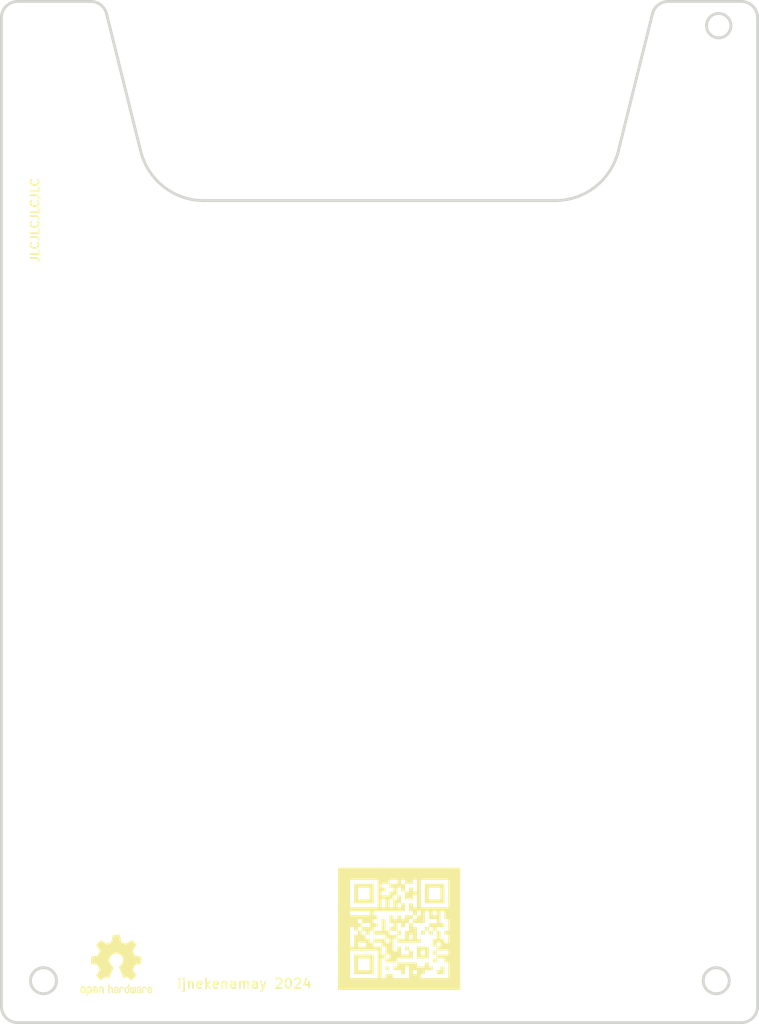
<source format=kicad_pcb>
(kicad_pcb (version 20211014) (generator pcbnew)
  (layers (0 "F.Cu" signal) (31 "B.Cu" signal) (34 "B.Paste" user) (35 "F.Paste" user) (36 "B.SilkS" user "B.Silkscreen") (37 "F.SilkS" user "F.Silkscreen") (38 "B.Mask" user) (39 "F.Mask" user) (44 "Edge.Cuts" user))
  (net 0 "")
  (footprint "pico_tracker:qr" (layer "F.Cu") (at 124.5 153)
    (fp_text reference "G3")
    (fp_text value "LOGO" hide)
    (fp_poly (pts (xy 5.577702 5.577702) (xy 4.633783 5.577702) (xy 4.633783 5.091441) (xy 5.091441 5.091441) (xy 5.091441 4.633783) (xy 5.577702 4.633783)) (layer "F.SilkS") (width 0) (fill solid))
    (fp_poly (pts (xy 5.577702 -3.117793) (xy 3.175 -3.117793) (xy 3.175 -3.604054) (xy 3.661261 -3.604054) (xy 5.091441 -3.604054) (xy 5.091441 -5.034235) (xy 3.661261 -5.034235) (xy 3.661261 -3.604054) (xy 3.175 -3.604054) (xy 3.175 -5.520496) (xy 5.577702 -5.520496)) (layer "F.SilkS") (width 0) (fill solid))
    (fp_poly (pts (xy -1.172748 5.091441) (xy -1.659009 5.091441) (xy -1.659009 4.633783) (xy -1.172748 4.633783)) (layer "F.SilkS") (width 0) (fill solid))
    (fp_poly (pts (xy 3.661261 3.661261) (xy 2.202477 3.661261) (xy 2.202477 3.175) (xy 2.688738 3.175) (xy 3.175 3.175) (xy 3.175 2.688738) (xy 2.688738 2.688738) (xy 2.688738 3.175) (xy 2.202477 3.175) (xy 2.202477 2.202477) (xy 3.661261 2.202477)) (layer "F.SilkS") (width 0) (fill solid))
    (fp_poly (pts (xy 4.633783 4.147522) (xy 4.147522 4.147522) (xy 4.147522 3.661261) (xy 4.633783 3.661261)) (layer "F.SilkS") (width 0) (fill solid))
    (fp_poly (pts (xy 1.716216 -0.686487) (xy 1.716216 -0.200226) (xy 2.202477 -0.200226) (xy 2.202477 1.229955) (xy 2.688738 1.229955) (xy 2.688738 1.716216) (xy -0.200226 1.716216) (xy -0.200226 1.229955) (xy -0.686487 1.229955) (xy -0.686487 2.688738) (xy -0.200226 2.688738) (xy -0.200226 2.202477) (xy 0.257432 2.202477) (xy 0.257432 3.175) (xy 1.229955 3.175) (xy 1.229955 2.688738) (xy 1.716216 2.688738) (xy 1.716216 3.661261) (xy -0.200226 3.661261) (xy -0.200226 4.147522) (xy -1.659009 4.147522) (xy -1.659009 3.661261) (xy -1.172748 3.661261) (xy -1.172748 3.175) (xy -1.659009 3.175) (xy -1.659009 2.202477) (xy -2.145271 2.202477) (xy -2.145271 1.716216) (xy -1.659009 1.716216) (xy -1.172748 1.716216) (xy -1.172748 1.229955) (xy -1.659009 1.229955) (xy -1.659009 1.716216) (xy -2.145271 1.716216) (xy -3.117793 1.716216) (xy -3.117793 1.229955) (xy -1.659009 1.229955) (xy -1.659009 0.743693) (xy -1.172748 0.743693) (xy -0.200226 0.743693) (xy -0.200226 1.229955) (xy 0.743693 1.229955) (xy 1.229955 1.229955) (xy 1.716216 1.229955) (xy 1.716216 0.743693) (xy 1.229955 0.743693) (xy 1.229955 1.229955) (xy 0.743693 1.229955) (xy 0.743693 0.257432) (xy 1.229955 0.257432) (xy 1.229955 -0.686487) (xy 0.743693 -0.686487) (xy 0.743693 -0.200226) (xy 0.257432 -0.200226) (xy 0.257432 -0.686487) (xy -0.200226 -0.686487) (xy -0.200226 0.257432) (xy -1.172748 0.257432) (xy -1.172748 0.743693) (xy -1.659009 0.743693) (xy -3.117793 0.743693) (xy -3.117793 0.257432) (xy -2.145271 0.257432) (xy -2.145271 -1.172748) (xy -1.659009 -1.172748) (xy -1.659009 0.257432) (xy -1.172748 0.257432) (xy -1.172748 -0.200226) (xy -0.686487 -0.200226) (xy -0.686487 -0.686487) (xy -1.172748 -0.686487) (xy -1.172748 -1.659009) (xy -0.686487 -1.659009) (xy -0.686487 -1.172748) (xy -0.200226 -1.172748) (xy -0.200226 -1.659009) (xy 0.257432 -1.659009) (xy 0.257432 -1.172748) (xy 0.743693 -1.172748) (xy 0.743693 -1.659009) (xy 1.716216 -1.659009) (xy 1.716216 -1.172748) (xy 1.229955 -1.172748) (xy 1.229955 -0.686487)) (layer "F.SilkS") (width 0) (fill solid))
    (fp_poly (pts (xy 4.633783 3.175) (xy 4.147522 3.175) (xy 4.147522 2.688738) (xy 4.633783 2.688738)) (layer "F.SilkS") (width 0) (fill solid))
    (fp_poly (pts (xy 3.175 0.743693) (xy 2.688738 0.743693) (xy 2.688738 0.257432) (xy 3.175 0.257432)) (layer "F.SilkS") (width 0) (fill solid))
    (fp_poly (pts (xy 7.522747 7.522747) (xy -7.494144 7.522747) (xy -7.494144 6.063964) (xy -6.006757 6.063964) (xy -2.631532 6.063964) (xy -2.631532 2.688738) (xy -6.006757 2.688738) (xy -6.006757 6.063964) (xy -7.494144 6.063964) (xy -7.494144 2.202477) (xy -6.006757 2.202477) (xy -5.520496 2.202477) (xy -5.034235 2.202477) (xy -4.090316 2.202477) (xy -4.090316 1.716216) (xy -5.034235 1.716216) (xy -5.034235 2.202477) (xy -5.520496 2.202477) (xy -5.520496 1.229955) (xy -4.090316 1.229955) (xy -3.604054 1.229955) (xy -3.604054 1.716216) (xy -3.117793 1.716216) (xy -3.117793 2.202477) (xy -2.145271 2.202477) (xy -2.145271 3.175) (xy -1.659009 3.175) (xy -1.659009 3.661261) (xy -2.145271 3.661261) (xy -2.145271 6.063964) (xy -1.659009 6.063964) (xy -1.659009 5.577702) (xy -0.686487 5.577702) (xy -0.686487 6.063964) (xy 1.229955 6.063964) (xy 1.229955 5.577702) (xy 1.716216 5.577702) (xy 2.202477 5.577702) (xy 2.202477 5.091441) (xy 1.716216 5.091441) (xy 1.716216 5.577702) (xy 1.229955 5.577702) (xy 1.229955 4.633783) (xy 0.743693 4.633783) (xy 0.743693 5.577702) (xy 0.257432 5.577702) (xy 0.257432 5.091441) (xy -0.686487 5.091441) (xy -0.686487 4.633783) (xy -0.200226 4.633783) (xy -0.200226 4.147522) (xy 2.202477 4.147522) (xy 2.202477 4.633783) (xy 3.175 4.633783) (xy 3.175 4.147522) (xy 3.661261 4.147522) (xy 3.661261 4.633783) (xy 4.147522 4.633783) (xy 4.147522 5.091441) (xy 3.175 5.091441) (xy 3.175 5.577702) (xy 2.688738 5.577702) (xy 2.688738 6.063964) (xy 6.063964 6.063964) (xy 6.063964 4.147522) (xy 5.577702 4.147522) (xy 5.577702 3.661261) (xy 4.633783 3.661261) (xy 4.633783 3.175) (xy 6.063964 3.175) (xy 6.063964 2.688738) (xy 4.633783 2.688738) (xy 4.633783 2.202477) (xy 5.091441 2.202477) (xy 5.091441 1.716216) (xy 4.633783 1.716216) (xy 4.633783 2.202477) (xy 4.147522 2.202477) (xy 4.147522 1.229955) (xy 4.633783 1.229955) (xy 4.633783 0.257432) (xy 5.091441 0.257432) (xy 5.091441 1.229955) (xy 5.577702 1.229955) (xy 5.577702 1.716216) (xy 6.063964 1.716216) (xy 6.063964 0.743693) (xy 5.577702 0.743693) (xy 5.577702 0.257432) (xy 6.063964 0.257432) (xy 6.063964 -1.172748) (xy 5.577702 -1.172748) (xy 5.577702 -2.145271) (xy 5.091441 -2.145271) (xy 5.091441 -0.686487) (xy 5.577702 -0.686487) (xy 5.577702 -0.200226) (xy 4.633783 -0.200226) (xy 4.633783 0.257432) (xy 4.147522 0.257432) (xy 4.147522 -0.200226) (xy 3.661261 -0.200226) (xy 3.661261 -0.686487) (xy 4.633783 -0.686487) (xy 4.633783 -1.172748) (xy 3.661261 -1.172748) (xy 3.661261 -1.659009) (xy 4.147522 -1.659009) (xy 4.633783 -1.659009) (xy 4.633783 -2.145271) (xy 4.147522 -2.145271) (xy 4.147522 -1.659009) (xy 3.661261 -1.659009) (xy 3.661261 -2.145271) (xy 3.175 -2.145271) (xy 3.175 -0.686487) (xy 1.716216 -0.686487) (xy 1.716216 -1.172748) (xy 2.202477 -1.172748) (xy 2.202477 -1.659009) (xy 2.688738 -1.659009) (xy 2.688738 -2.145271) (xy 2.202477 -2.145271) (xy 2.202477 -1.659009) (xy 1.716216 -1.659009) (xy 1.716216 -2.145271) (xy 1.229955 -2.145271) (xy 1.229955 -3.117793) (xy 1.716216 -3.117793) (xy 1.716216 -2.631532) (xy 2.202477 -2.631532) (xy 2.688738 -2.631532) (xy 6.063964 -2.631532) (xy 6.063964 -6.006757) (xy 2.688738 -6.006757) (xy 2.688738 -2.631532) (xy 2.202477 -2.631532) (xy 2.202477 -4.090316) (xy 1.716216 -4.090316) (xy 1.716216 -3.604054) (xy 0.743693 -3.604054) (xy 0.743693 -4.576577) (xy 1.229955 -4.576577) (xy 1.229955 -5.034235) (xy 1.716216 -5.034235) (xy 1.716216 -4.576577) (xy 2.202477 -4.576577) (xy 2.202477 -6.006757) (xy 1.716216 -6.006757) (xy 1.716216 -5.520496) (xy 0.743693 -5.520496) (xy 0.743693 -4.576577) (xy 0.257432 -4.576577) (xy 0.257432 -5.034235) (xy -0.200226 -5.034235) (xy -0.200226 -4.090316) (xy 0.257432 -4.090316) (xy 0.257432 -3.117793) (xy 0.743693 -3.117793) (xy 0.743693 -2.145271) (xy -3.117793 -2.145271) (xy -3.117793 -1.659009) (xy -2.631532 -1.659009) (xy -2.631532 -1.172748) (xy -3.117793 -1.172748) (xy -3.117793 -0.686487) (xy -2.631532 -0.686487) (xy -2.631532 -0.200226) (xy -3.117793 -0.200226) (xy -3.117793 0.257432) (xy -3.604054 0.257432) (xy -3.604054 0.743693) (xy -4.090316 0.743693) (xy -4.090316 1.229955) (xy -5.520496 1.229955) (xy -5.520496 0.743693) (xy -5.034235 0.743693) (xy -4.576577 0.743693) (xy -4.090316 0.743693) (xy -4.090316 0.257432) (xy -4.576577 0.257432) (xy -4.576577 0.743693) (xy -5.034235 0.743693) (xy -5.034235 0.257432) (xy -4.576577 0.257432) (xy -4.576577 -0.200226) (xy -3.604054 -0.200226) (xy -3.604054 -0.686487) (xy -4.576577 -0.686487) (xy -4.576577 -0.200226) (xy -5.034235 -0.200226) (xy -5.034235 0.257432) (xy -5.520496 0.257432) (xy -5.520496 -0.200226) (xy -6.006757 -0.200226) (xy -6.006757 2.202477) (xy -7.494144 2.202477) (xy -7.494144 -0.686487) (xy -5.034235 -0.686487) (xy -4.576577 -0.686487) (xy -4.576577 -1.172748) (xy -5.034235 -1.172748) (xy -5.034235 -0.686487) (xy -7.494144 -0.686487) (xy -7.494144 -1.659009) (xy -6.006757 -1.659009) (xy -3.604054 -1.659009) (xy -3.604054 -2.145271) (xy -6.006757 -2.145271) (xy -6.006757 -1.659009) (xy -7.494144 -1.659009) (xy -7.494144 -2.631532) (xy -6.006757 -2.631532) (xy -2.631532 -2.631532) (xy -2.145271 -2.631532) (xy -1.659009 -2.631532) (xy -1.172748 -2.631532) (xy -0.686487 -2.631532) (xy -0.200226 -2.631532) (xy 0.257432 -2.631532) (xy 0.257432 -3.117793) (xy -0.200226 -3.117793) (xy -0.200226 -2.631532) (xy -0.686487 -2.631532) (xy -0.686487 -3.604054) (xy -0.200226 -3.604054) (xy -0.200226 -4.090316) (xy -0.686487 -4.090316) (xy -0.686487 -3.604054) (xy -1.172748 -3.604054) (xy -1.172748 -2.631532) (xy -1.659009 -2.631532) (xy -1.659009 -3.604054) (xy -2.145271 -3.604054) (xy -2.145271 -2.631532) (xy -2.631532 -2.631532) (xy -2.631532 -4.090316) (xy -2.145271 -4.090316) (xy -1.172748 -4.090316) (xy -1.172748 -4.576577) (xy -0.686487 -4.576577) (xy -0.686487 -5.034235) (xy -1.172748 -5.034235) (xy -1.172748 -5.520496) (xy -0.200226 -5.520496) (xy 0.257432 -5.520496) (xy 0.743693 -5.520496) (xy 0.743693 -6.006757) (xy 0.257432 -6.006757) (xy 0.257432 -5.520496) (xy -0.200226 -5.520496) (xy -0.200226 -6.006757) (xy -1.172748 -6.006757) (xy -1.172748 -5.520496) (xy -2.145271 -5.520496) (xy -2.145271 -5.034235) (xy -1.659009 -5.034235) (xy -1.659009 -4.576577) (xy -2.145271 -4.576577) (xy -2.145271 -4.090316) (xy -2.631532 -4.090316) (xy -2.631532 -6.006757) (xy -6.006757 -6.006757) (xy -6.006757 -2.631532) (xy -7.494144 -2.631532) (xy -7.494144 -7.494144) (xy 7.522747 -7.494144)) (layer "F.SilkS") (width 0) (fill solid))
    (fp_poly (pts (xy 4.147522 0.743693) (xy 3.661261 0.743693) (xy 3.661261 0.257432) (xy 4.147522 0.257432)) (layer "F.SilkS") (width 0) (fill solid))
    (fp_poly (pts (xy 1.229955 2.688738) (xy 0.743693 2.688738) (xy 0.743693 2.202477) (xy 1.229955 2.202477)) (layer "F.SilkS") (width 0) (fill solid))
    (fp_poly (pts (xy 3.661261 0.257432) (xy 3.175 0.257432) (xy 3.175 -0.200226) (xy 3.661261 -0.200226)) (layer "F.SilkS") (width 0) (fill solid))
    (fp_poly (pts (xy 0.257432 0.743693) (xy -0.200226 0.743693) (xy -0.200226 0.257432) (xy 0.257432 0.257432)) (layer "F.SilkS") (width 0) (fill solid))
    (fp_poly (pts (xy -3.117793 5.577702) (xy -5.520496 5.577702) (xy -5.520496 5.091441) (xy -5.034235 5.091441) (xy -3.604054 5.091441) (xy -3.604054 3.661261) (xy -5.034235 3.661261) (xy -5.034235 5.091441) (xy -5.520496 5.091441) (xy -5.520496 3.175) (xy -3.117793 3.175)) (layer "F.SilkS") (width 0) (fill solid))
    (fp_poly (pts (xy -3.117793 -3.117793) (xy -5.520496 -3.117793) (xy -5.520496 -3.604054) (xy -5.034235 -3.604054) (xy -3.604054 -3.604054) (xy -3.604054 -5.034235) (xy -5.034235 -5.034235) (xy -5.034235 -3.604054) (xy -5.520496 -3.604054) (xy -5.520496 -5.520496) (xy -3.117793 -5.520496)) (layer "F.SilkS") (width 0) (fill solid))
  )
  (footprint "Symbol:OSHW-Logo2_9.8x8mm_SilkScreen" (layer "F.Cu") (at 89.75 157.5)
    (fp_text reference "REF**" hide)
    (fp_text value "OSHW-Logo2_9.8x8mm_SilkScreen" hide)
    (fp_poly (pts (xy 0.053501 2.626303) (xy 0.13006 2.654733) (xy 0.130936 2.655279) (xy 0.178285 2.690127) (xy 0.213241 2.730852) (xy 0.237825 2.783925) (xy 0.254062 2.855814) (xy 0.263975 2.952992) (xy 0.269586 3.081928) (xy 0.270077 3.100298) (xy 0.277141 3.377287) (xy 0.217695 3.408028) (xy 0.174681 3.428802) (xy 0.14871 3.438646) (xy 0.147509 3.438769) (xy 0.143014 3.420606) (xy 0.139444 3.371612) (xy 0.137248 3.300031) (xy 0.136769 3.242068) (xy 0.136758 3.14817) (xy 0.132466 3.089203) (xy 0.117503 3.061079) (xy 0.085482 3.059706) (xy 0.030014 3.080998) (xy -0.053731 3.120136) (xy -0.115311 3.152643) (xy -0.146983 3.180845) (xy -0.156294 3.211582) (xy -0.156308 3.213104) (xy -0.140943 3.266054) (xy -0.095453 3.29466) (xy -0.025834 3.298803) (xy 0.024313 3.298084) (xy 0.050754 3.312527) (xy 0.067243 3.347218) (xy 0.076733 3.391416) (xy 0.063057 3.416493) (xy 0.057907 3.420082) (xy 0.009425 3.434496) (xy -0.058469 3.436537) (xy -0.128388 3.426983) (xy -0.177932 3.409522) (xy -0.24643 3.351364) (xy -0.285366 3.270408) (xy -0.293077 3.20716) (xy -0.287193 3.150111) (xy -0.265899 3.103542) (xy -0.223735 3.062181) (xy -0.155241 3.020755) (xy -0.054956 2.973993) (xy -0.048846 2.97135) (xy 0.04149 2.929617) (xy 0.097235 2.895391) (xy 0.121129 2.864635) (xy 0.115913 2.833311) (xy 0.084328 2.797383) (xy 0.074883 2.789116) (xy 0.011617 2.757058) (xy -0.053936 2.758407) (xy -0.111028 2.789838) (xy -0.148907 2.848024) (xy -0.152426 2.859446) (xy -0.1867 2.914837) (xy -0.230191 2.941518) (xy -0.293077 2.96796) (xy -0.293077 2.899548) (xy -0.273948 2.80011) (xy -0.217169 2.708902) (xy -0.187622 2.678389) (xy -0.120458 2.639228) (xy -0.035044 2.6215) (xy 0.053501 2.626303)) (layer "F.SilkS") (width 0.01) (fill solid))
    (fp_poly (pts (xy -3.231114 2.584505) (xy -3.156461 2.621727) (xy -3.090569 2.690261) (xy -3.072423 2.715648) (xy -3.052655 2.748866) (xy -3.039828 2.784945) (xy -3.03249 2.833098) (xy -3.029187 2.902536) (xy -3.028462 2.994206) (xy -3.031737 3.11983) (xy -3.043123 3.214154) (xy -3.064959 3.284523) (xy -3.099581 3.338286) (xy -3.14933 3.382788) (xy -3.152986 3.385423) (xy -3.202015 3.412377) (xy -3.261055 3.425712) (xy -3.336141 3.429) (xy -3.458205 3.429) (xy -3.458256 3.547497) (xy -3.459392 3.613492) (xy -3.466314 3.652202) (xy -3.484402 3.675419) (xy -3.519038 3.694933) (xy -3.527355 3.69892) (xy -3.56628 3.717603) (xy -3.596417 3.729403) (xy -3.618826 3.730422) (xy -3.634567 3.716761) (xy -3.644698 3.684522) (xy -3.650277 3.629804) (xy -3.652365 3.548711) (xy -3.652019 3.437344) (xy -3.6503 3.291802) (xy -3.649763 3.248269) (xy -3.647828 3.098205) (xy -3.646096 3.000042) (xy -3.458308 3.000042) (xy -3.457252 3.083364) (xy -3.452562 3.13788) (xy -3.441949 3.173837) (xy -3.423128 3.201482) (xy -3.41035 3.214965) (xy -3.35811 3.254417) (xy -3.311858 3.257628) (xy -3.264133 3.225049) (xy -3.262923 3.223846) (xy -3.243506 3.198668) (xy -3.231693 3.164447) (xy -3.225735 3.111748) (xy -3.22388 3.031131) (xy -3.223846 3.013271) (xy -3.22833 2.902175) (xy -3.242926 2.825161) (xy -3.26935 2.778147) (xy -3.309317 2.75705) (xy -3.332416 2.754923) (xy -3.387238 2.7649) (xy -3.424842 2.797752) (xy -3.447477 2.857857) (xy -3.457394 2.949598) (xy -3.458308 3.000042) (xy -3.646096 3.000042) (xy -3.645778 2.98206) (xy -3.643127 2.894679) (xy -3.639394 2.830905) (xy -3.634093 2.785582) (xy -3.626742 2.753555) (xy -3.616857 2.729668) (xy -3.603954 2.708764) (xy -3.598421 2.700898) (xy -3.525031 2.626595) (xy -3.43224 2.584467) (xy -3.324904 2.572722) (xy -3.231114 2.584505)) (layer "F.SilkS") (width 0.01) (fill solid))
    (fp_poly (pts (xy -2.465746 2.599745) (xy -2.388714 2.651567) (xy -2.329184 2.726412) (xy -2.293622 2.821654) (xy -2.286429 2.891756) (xy -2.287246 2.921009) (xy -2.294086 2.943407) (xy -2.312888 2.963474) (xy -2.349592 2.985733) (xy -2.410138 3.014709) (xy -2.500466 3.054927) (xy -2.500923 3.055129) (xy -2.584067 3.09321) (xy -2.652247 3.127025) (xy -2.698495 3.152933) (xy -2.715842 3.167295) (xy -2.715846 3.167411) (xy -2.700557 3.198685) (xy -2.664804 3.233157) (xy -2.623758 3.25799) (xy -2.602963 3.262923) (xy -2.54623 3.245862) (xy -2.497373 3.203133) (xy -2.473535 3.156155) (xy -2.450603 3.121522) (xy -2.405682 3.082081) (xy -2.352877 3.048009) (xy -2.30629 3.02948) (xy -2.296548 3.028462) (xy -2.285582 3.045215) (xy -2.284921 3.088039) (xy -2.29298 3.145781) (xy -2.308173 3.207289) (xy -2.328914 3.261409) (xy -2.329962 3.26351) (xy -2.392379 3.35066) (xy -2.473274 3.409939) (xy -2.565144 3.439034) (xy -2.660487 3.435634) (xy -2.751802 3.397428) (xy -2.755862 3.394741) (xy -2.827694 3.329642) (xy -2.874927 3.244705) (xy -2.901066 3.133021) (xy -2.904574 3.101643) (xy -2.910787 2.953536) (xy -2.903339 2.884468) (xy -2.715846 2.884468) (xy -2.71341 2.927552) (xy -2.700086 2.940126) (xy -2.666868 2.930719) (xy -2.614506 2.908483) (xy -2.555976 2.88061) (xy -2.554521 2.879872) (xy -2.504911 2.853777) (xy -2.485 2.836363) (xy -2.48991 2.818107) (xy -2.510584 2.79412) (xy -2.563181 2.759406) (xy -2.619823 2.756856) (xy -2.670631 2.782119) (xy -2.705724 2.830847) (xy -2.715846 2.884468) (xy -2.903339 2.884468) (xy -2.898008 2.835036) (xy -2.865222 2.741055) (xy -2.819579 2.675215) (xy -2.737198 2.608681) (xy -2.646454 2.575676) (xy -2.553815 2.573573) (xy -2.465746 2.599745)) (layer "F.SilkS") (width 0.01) (fill solid))
    (fp_poly (pts (xy 1.602081 2.780289) (xy 1.601833 2.92632) (xy 1.600872 3.038655) (xy 1.598794 3.122678) (xy 1.595193 3.183769) (xy 1.589665 3.227309) (xy 1.581804 3.258679) (xy 1.571207 3.283262) (xy 1.563182 3.297294) (xy 1.496728 3.373388) (xy 1.41247 3.421084) (xy 1.319249 3.438199) (xy 1.2259 3.422546) (xy 1.170312 3.394418) (xy 1.111957 3.34576) (xy 1.072186 3.286333) (xy 1.04819 3.208507) (xy 1.037161 3.104652) (xy 1.035599 3.028462) (xy 1.035809 3.022986) (xy 1.172308 3.022986) (xy 1.173141 3.110355) (xy 1.176961 3.168192) (xy 1.185746 3.206029) (xy 1.201474 3.233398) (xy 1.220266 3.254042) (xy 1.283375 3.29389) (xy 1.351137 3.297295) (xy 1.415179 3.264025) (xy 1.420164 3.259517) (xy 1.441439 3.236067) (xy 1.454779 3.208166) (xy 1.462001 3.166641) (xy 1.464923 3.102316) (xy 1.465385 3.0312) (xy 1.464383 2.941858) (xy 1.460238 2.882258) (xy 1.451236 2.843089) (xy 1.435667 2.81504) (xy 1.422902 2.800144) (xy 1.3636 2.762575) (xy 1.295301 2.758057) (xy 1.23011 2.786753) (xy 1.217528 2.797406) (xy 1.196111 2.821063) (xy 1.182744 2.849251) (xy 1.175566 2.891245) (xy 1.172719 2.956319) (xy 1.172308 3.022986) (xy 1.035809 3.022986) (xy 1.040322 2.905765) (xy 1.056362 2.813577) (xy 1.086528 2.744269) (xy 1.133629 2.690211) (xy 1.170312 2.662505) (xy 1.23699 2.632572) (xy 1.314272 2.618678) (xy 1.38611 2.622397) (xy 1.426308 2.6374) (xy 1.442082 2.64167) (xy 1.45255 2.62575) (xy 1.459856 2.583089) (xy 1.465385 2.518106) (xy 1.471437 2.445732) (xy 1.479844 2.402187) (xy 1.495141 2.377287) (xy 1.521864 2.360845) (xy 1.538654 2.353564) (xy 1.602154 2.326963) (xy 1.602081 2.780289)) (layer "F.SilkS") (width 0.01) (fill solid))
    (fp_poly (pts (xy 0.139878 -3.712224) (xy 0.245612 -3.711645) (xy 0.322132 -3.710078) (xy 0.374372 -3.707028) (xy 0.407263 -3.702004) (xy 0.425737 -3.694511) (xy 0.434727 -3.684056) (xy 0.439163 -3.670147) (xy 0.439594 -3.668346) (xy 0.446333 -3.635855) (xy 0.458808 -3.571748) (xy 0.475719 -3.482849) (xy 0.495771 -3.375981) (xy 0.517664 -3.257967) (xy 0.518429 -3.253822) (xy 0.540359 -3.138169) (xy 0.560877 -3.035986) (xy 0.578659 -2.953402) (xy 0.592381 -2.896544) (xy 0.600718 -2.871542) (xy 0.601116 -2.871099) (xy 0.625677 -2.85889) (xy 0.676315 -2.838544) (xy 0.742095 -2.814455) (xy 0.742461 -2.814326) (xy 0.825317 -2.783182) (xy 0.923 -2.743509) (xy 1.015077 -2.703619) (xy 1.019434 -2.701647) (xy 1.169407 -2.63358) (xy 1.501498 -2.860361) (xy 1.603374 -2.929496) (xy 1.695657 -2.991303) (xy 1.773003 -3.042267) (xy 1.830064 -3.078873) (xy 1.861495 -3.097606) (xy 1.864479 -3.098996) (xy 1.887321 -3.09281) (xy 1.929982 -3.062965) (xy 1.994128 -3.008053) (xy 2.081421 -2.926666) (xy 2.170535 -2.840078) (xy 2.256441 -2.754753) (xy 2.333327 -2.676892) (xy 2.396564 -2.611303) (xy 2.441523 -2.562795) (xy 2.463576 -2.536175) (xy 2.464396 -2.534805) (xy 2.466834 -2.516537) (xy 2.45765 -2.486705) (xy 2.434574 -2.441279) (xy 2.395337 -2.37623) (xy 2.33767 -2.28753) (xy 2.260795 -2.173343) (xy 2.19257 -2.072838) (xy 2.131582 -1.982697) (xy 2.081356 -1.908151) (xy 2.045416 -1.854435) (xy 2.027287 -1.826782) (xy 2.026146 -1.824905) (xy 2.028359 -1.79841) (xy 2.045138 -1.746914) (xy 2.073142 -1.680149) (xy 2.083122 -1.658828) (xy 2.126672 -1.563841) (xy 2.173134 -1.456063) (xy 2.210877 -1.362808) (xy 2.238073 -1.293594) (xy 2.259675 -1.240994) (xy 2.272158 -1.213503) (xy 2.273709 -1.211384) (xy 2.296668 -1.207876) (xy 2.350786 -1.198262) (xy 2.428868 -1.183911) (xy 2.523719 -1.166193) (xy 2.628143 -1.146475) (xy 2.734944 -1.126126) (xy 2.836926 -1.106514) (xy 2.926894 -1.089009) (xy 2.997653 -1.074978) (xy 3.042006 -1.065791) (xy 3.052885 -1.063193) (xy 3.064122 -1.056782) (xy 3.072605 -1.042303) (xy 3.078714 -1.014867) (xy 3.082832 -0.969589) (xy 3.085341 -0.90158) (xy 3.086621 -0.805953) (xy 3.087054 -0.67782) (xy 3.087077 -0.625299) (xy 3.087077 -0.198155) (xy 2.9845 -0.177909) (xy 2.927431 -0.16693) (xy 2.842269 -0.150905) (xy 2.739372 -0.131767) (xy 2.629096 -0.111449) (xy 2.598615 -0.105868) (xy 2.496855 -0.086083) (xy 2.408205 -0.066627) (xy 2.340108 -0.049303) (xy 2.300004 -0.035912) (xy 2.293323 -0.031921) (xy 2.276919 -0.003658) (xy 2.253399 0.051109) (xy 2.227316 0.121588) (xy 2.222142 0.136769) (xy 2.187956 0.230896) (xy 2.145523 0.337101) (xy 2.103997 0.432473) (xy 2.103792 0.432916) (xy 2.03464 0.582525) (xy 2.489512 1.251617) (xy 2.1975 1.544116) (xy 2.10918 1.63117) (xy 2.028625 1.707909) (xy 1.96036 1.770237) (xy 1.908908 1.814056) (xy 1.878794 1.83527) (xy 1.874474 1.836616) (xy 1.849111 1.826016) (xy 1.797358 1.796547) (xy 1.724868 1.751705) (xy 1.637294 1.694984) (xy 1.542612 1.631462) (xy 1.446516 1.566668) (xy 1.360837 1.510287) (xy 1.291016 1.465788) (xy 1.242494 1.436639) (xy 1.220782 1.426308) (xy 1.194293 1.43505) (xy 1.144062 1.458087) (xy 1.080451 1.490631) (xy 1.073708 1.494249) (xy 0.988046 1.53721) (xy 0.929306 1.558279) (xy 0.892772 1.558503) (xy 0.873731 1.538928) (xy 0.87362 1.538654) (xy 0.864102 1.515472) (xy 0.841403 1.460441) (xy 0.807282 1.377822) (xy 0.7635 1.271872) (xy 0.711816 1.146852) (xy 0.653992 1.00702) (xy 0.597991 0.871637) (xy 0.536447 0.722234) (xy 0.479939 0.583832) (xy 0.430161 0.460673) (xy 0.388806 0.357002) (xy 0.357568 0.277059) (xy 0.338141 0.225088) (xy 0.332154 0.205692) (xy 0.347168 0.183443) (xy 0.386439 0.147982) (xy 0.438807 0.108887) (xy 0.587941 -0.014755) (xy 0.704511 -0.156478) (xy 0.787118 -0.313296) (xy 0.834366 -0.482225) (xy 0.844857 -0.660278) (xy 0.837231 -0.742461) (xy 0.795682 -0.912969) (xy 0.724123 -1.063541) (xy 0.626995 -1.192691) (xy 0.508734 -1.298936) (xy 0.37378 -1.38079) (xy 0.226571 -1.436768) (xy 0.071544 -1.465385) (xy -0.086861 -1.465156) (xy -0.244206 -1.434595) (xy -0.396054 -1.372218) (xy -0.537965 -1.27654) (xy -0.597197 -1.222428) (xy -0.710797 -1.08348) (xy -0.789894 -0.931639) (xy -0.835014 -0.771333) (xy -0.846684 -0.606988) (xy -0.825431 -0.443029) (xy -0.77178 -0.283882) (xy -0.68626 -0.133975) (xy -0.569395 0.002267) (xy -0.438807 0.108887) (xy -0.384412 0.149642) (xy -0.345986 0.184718) (xy -0.332154 0.205726) (xy -0.339397 0.228635) (xy -0.359995 0.283365) (xy -0.392254 0.365672) (xy -0.434479 0.471315) (xy -0.484977 0.59605) (xy -0.542052 0.735636) (xy -0.598146 0.87167) (xy -0.660033 1.021201) (xy -0.717356 1.159767) (xy -0.768356 1.283107) (xy -0.811273 1.386964) (xy -0.844347 1.46708) (xy -0.865819 1.519195) (xy -0.873775 1.538654) (xy -0.892571 1.558423) (xy -0.928926 1.558365) (xy -0.987521 1.537441) (xy -1.073032 1.494613) (xy -1.073708 1.494249) (xy -1.138093 1.461012) (xy -1.190139 1.436802) (xy -1.219488 1.426404) (xy -1.220783 1.426308) (xy -1.242876 1.436855) (xy -1.291652 1.466184) (xy -1.361669 1.510827) (xy -1.447486 1.567314) (xy -1.542612 1.631462) (xy -1.63946 1.696411) (xy -1.726747 1.752896) (xy -1.798819 1.797421) (xy -1.850023 1.82649) (xy -1.874474 1.836616) (xy -1.89699 1.823307) (xy -1.942258 1.786112) (xy -2.005756 1.729128) (xy -2.082961 1.656449) (xy -2.169349 1.572171) (xy -2.197601 1.544016) (xy -2.489713 1.251416) (xy -2.267369 0.925104) (xy -2.199798 0.824897) (xy -2.140493 0.734963) (xy -2.092783 0.66051) (xy -2.059993 0.606751) (xy -2.045452 0.578894) (xy -2.045026 0.576912) (xy -2.052692 0.550655) (xy -2.073311 0.497837) (xy -2.103315 0.42731) (xy -2.124375 0.380093) (xy -2.163752 0.289694) (xy -2.200835 0.198366) (xy -2.229585 0.1212) (xy -2.237395 0.097692) (xy -2.259583 0.034916) (xy -2.281273 -0.013589) (xy -2.293187 -0.031921) (xy -2.319477 -0.043141) (xy -2.376858 -0.059046) (xy -2.457882 -0.077833) (xy -2.555105 -0.097701) (xy -2.598615 -0.105868) (xy -2.709104 -0.126171) (xy -2.815084 -0.14583) (xy -2.906199 -0.162912) (xy -2.972092 -0.175482) (xy -2.9845 -0.177909) (xy -3.087077 -0.198155) (xy -3.087077 -0.625299) (xy -3.086847 -0.765754) (xy -3.085901 -0.872021) (xy -3.083859 -0.948987) (xy -3.080338 -1.00154) (xy -3.074957 -1.034567) (xy -3.067334 -1.052955) (xy -3.057088 -1.061592) (xy -3.052885 -1.063193) (xy -3.02753 -1.068873) (xy -2.971516 -1.080205) (xy -2.892036 -1.095821) (xy -2.796288 -1.114353) (xy -2.691467 -1.134431) (xy -2.584768 -1.154688) (xy -2.483387 -1.173754) (xy -2.394521 -1.190261) (xy -2.325363 -1.202841) (xy -2.283111 -1.210125) (xy -2.27371 -1.211384) (xy -2.265193 -1.228237) (xy -2.24634 -1.27313) (xy -2.220676 -1.33757) (xy -2.210877 -1.362808) (xy -2.171352 -1.460314) (xy -2.124808 -1.568041) (xy -2.083123 -1.658828) (xy -2.05245 -1.728247) (xy -2.032044 -1.78529) (xy -2.025232 -1.820223) (xy -2.026318 -1.824905) (xy -2.040715 -1.847009) (xy -2.073588 -1.896169) (xy -2.12141 -1.967152) (xy -2.180652 -2.054722) (xy -2.247785 -2.153643) (xy -2.261059 -2.17317) (xy -2.338954 -2.28886) (xy -2.396213 -2.376956) (xy -2.435119 -2.441514) (xy -2.457956 -2.486589) (xy -2.467006 -2.516237) (xy -2.464552 -2.534515) (xy -2.464489 -2.534631) (xy -2.445173 -2.558639) (xy -2.402449 -2.605053) (xy -2.340949 -2.669063) (xy -2.265302 -2.745855) (xy -2.180139 -2.830618) (xy -2.170535 -2.840078) (xy -2.06321 -2.944011) (xy -1.980385 -3.020325) (xy -1.920395 -3.070429) (xy -1.881577 -3.09573) (xy -1.86448 -3.098996) (xy -1.839527 -3.08475) (xy -1.787745 -3.051844) (xy -1.71448 -3.003792) (xy -1.62508 -2.94411) (xy -1.524889 -2.876312) (xy -1.501499 -2.860361) (xy -1.169407 -2.63358) (xy -1.019435 -2.701647) (xy -0.92823 -2.741315) (xy -0.830331 -2.781209) (xy -0.746169 -2.813017) (xy -0.742462 -2.814326) (xy -0.676631 -2.838424) (xy -0.625884 -2.8588) (xy -0.601158 -2.871064) (xy -0.601116 -2.871099) (xy -0.593271 -2.893266) (xy -0.579934 -2.947783) (xy -0.56243 -3.02852) (xy -0.542083 -3.12935) (xy -0.520218 -3.244144) (xy -0.518429 -3.253822) (xy -0.496496 -3.372096) (xy -0.47636 -3.479458) (xy -0.45932 -3.569083) (xy -0.446672 -3.634149) (xy -0.439716 -3.667832) (xy -0.439594 -3.668346) (xy -0.435361 -3.682675) (xy -0.427129 -3.693493) (xy -0.409967 -3.701294) (xy -0.378942 -3.706571) (xy -0.329122 -3.709818) (xy -0.255576 -3.711528) (xy -0.153371 -3.712193) (xy -0.017575 -3.712307) (xy 0 -3.712308) (xy 0.139878 -3.712224)) (layer "F.SilkS") (width 0.01) (fill solid))
    (fp_poly (pts (xy 4.245224 2.647838) (xy 4.322528 2.698361) (xy 4.359814 2.74359) (xy 4.389353 2.825663) (xy 4.391699 2.890607) (xy 4.386385 2.977445) (xy 4.186115 3.065103) (xy 4.088739 3.109887) (xy 4.025113 3.145913) (xy 3.992029 3.177117) (xy 3.98628 3.207436) (xy 4.004658 3.240805) (xy 4.024923 3.262923) (xy 4.083889 3.298393) (xy 4.148024 3.300879) (xy 4.206926 3.273235) (xy 4.250197 3.21832) (xy 4.257936 3.198928) (xy 4.295006 3.138364) (xy 4.337654 3.112552) (xy 4.396154 3.090471) (xy 4.396154 3.174184) (xy 4.390982 3.23115) (xy 4.370723 3.279189) (xy 4.328262 3.334346) (xy 4.321951 3.341514) (xy 4.27472 3.390585) (xy 4.234121 3.41692) (xy 4.183328 3.429035) (xy 4.14122 3.433003) (xy 4.065902 3.433991) (xy 4.012286 3.421466) (xy 3.978838 3.402869) (xy 3.926268 3.361975) (xy 3.889879 3.317748) (xy 3.86685 3.262126) (xy 3.854359 3.187047) (xy 3.849587 3.084449) (xy 3.849206 3.032376) (xy 3.850501 2.969948) (xy 3.968471 2.969948) (xy 3.969839 3.003438) (xy 3.973249 3.008923) (xy 3.995753 3.001472) (xy 4.044182 2.981753) (xy 4.108908 2.953718) (xy 4.122443 2.947692) (xy 4.204244 2.906096) (xy 4.249312 2.869538) (xy 4.259217 2.835296) (xy 4.235526 2.800648) (xy 4.21596 2.785339) (xy 4.14536 2.754721) (xy 4.07928 2.75978) (xy 4.023959 2.797151) (xy 3.985636 2.863473) (xy 3.973349 2.916116) (xy 3.968471 2.969948) (xy 3.850501 2.969948) (xy 3.85173 2.91072) (xy 3.861032 2.82071) (xy 3.87946 2.755167) (xy 3.90936 2.706912) (xy 3.95308 2.668767) (xy 3.972141 2.65644) (xy 4.058726 2.624336) (xy 4.153522 2.622316) (xy 4.245224 2.647838)) (layer "F.SilkS") (width 0.01) (fill solid))
    (fp_poly (pts (xy -1.728336 2.595089) (xy -1.665633 2.631358) (xy -1.622039 2.667358) (xy -1.590155 2.705075) (xy -1.56819 2.751199) (xy -1.554351 2.812421) (xy -1.546847 2.895431) (xy -1.543883 3.006919) (xy -1.543539 3.087062) (xy -1.543539 3.382065) (xy -1.709615 3.456515) (xy -1.719385 3.133402) (xy -1.723421 3.012729) (xy -1.727656 2.925141) (xy -1.732903 2.86465) (xy -1.739975 2.825268) (xy -1.749689 2.801007) (xy -1.762856 2.78588) (xy -1.767081 2.782606) (xy -1.831091 2.757034) (xy -1.895792 2.767153) (xy -1.934308 2.794) (xy -1.949975 2.813024) (xy -1.96082 2.837988) (xy -1.967712 2.875834) (xy -1.971521 2.933502) (xy -1.973117 3.017935) (xy -1.973385 3.105928) (xy -1.973437 3.216323) (xy -1.975328 3.294463) (xy -1.981655 3.347165) (xy -1.995017 3.381242) (xy -2.018015 3.403511) (xy -2.053246 3.420787) (xy -2.100303 3.438738) (xy -2.151697 3.458278) (xy -2.145579 3.111485) (xy -2.143116 2.986468) (xy -2.140233 2.894082) (xy -2.136102 2.827881) (xy -2.129893 2.78142) (xy -2.120774 2.748256) (xy -2.107917 2.721944) (xy -2.092416 2.698729) (xy -2.017629 2.624569) (xy -1.926372 2.581684) (xy -1.827117 2.571412) (xy -1.728336 2.595089)) (layer "F.SilkS") (width 0.01) (fill solid))
    (fp_poly (pts (xy 3.570807 2.636782) (xy 3.594161 2.646988) (xy 3.649902 2.691134) (xy 3.697569 2.754967) (xy 3.727048 2.823087) (xy 3.731846 2.85667) (xy 3.71576 2.903556) (xy 3.680475 2.928365) (xy 3.642644 2.943387) (xy 3.625321 2.946155) (xy 3.616886 2.926066) (xy 3.60023 2.882351) (xy 3.592923 2.862598) (xy 3.551948 2.794271) (xy 3.492622 2.760191) (xy 3.416552 2.761239) (xy 3.410918 2.762581) (xy 3.370305 2.781836) (xy 3.340448 2.819375) (xy 3.320055 2.879809) (xy 3.307836 2.967751) (xy 3.3025 3.087813) (xy 3.302 3.151698) (xy 3.301752 3.252403) (xy 3.300126 3.321054) (xy 3.295801 3.364673) (xy 3.287454 3.390282) (xy 3.273765 3.404903) (xy 3.253411 3.415558) (xy 3.252234 3.416095) (xy 3.213038 3.432667) (xy 3.193619 3.438769) (xy 3.190635 3.420319) (xy 3.188081 3.369323) (xy 3.18614 3.292308) (xy 3.184997 3.195805) (xy 3.184769 3.125184) (xy 3.185932 2.988525) (xy 3.190479 2.884851) (xy 3.199999 2.808108) (xy 3.216081 2.752246) (xy 3.240313 2.711212) (xy 3.274286 2.678954) (xy 3.307833 2.65644) (xy 3.388499 2.626476) (xy 3.482381 2.619718) (xy 3.570807 2.636782)) (layer "F.SilkS") (width 0.01) (fill solid))
    (fp_poly (pts (xy 0.713362 2.62467) (xy 0.802117 2.657421) (xy 0.874022 2.71535) (xy 0.902144 2.756128) (xy 0.932802 2.830954) (xy 0.932165 2.885058) (xy 0.899987 2.921446) (xy 0.888081 2.927633) (xy 0.836675 2.946925) (xy 0.810422 2.941982) (xy 0.80153 2.909587) (xy 0.801077 2.891692) (xy 0.784797 2.825859) (xy 0.742365 2.779807) (xy 0.683388 2.757564) (xy 0.617475 2.763161) (xy 0.563895 2.792229) (xy 0.545798 2.80881) (xy 0.532971 2.828925) (xy 0.524306 2.859332) (xy 0.518696 2.906788) (xy 0.515035 2.97805) (xy 0.512215 3.079875) (xy 0.511484 3.112115) (xy 0.50882 3.22241) (xy 0.505792 3.300036) (xy 0.50125 3.351396) (xy 0.494046 3.38289) (xy 0.483033 3.40092) (xy 0.46706 3.411888) (xy 0.456834 3.416733) (xy 0.413406 3.433301) (xy 0.387842 3.438769) (xy 0.379395 3.420507) (xy 0.374239 3.365296) (xy 0.372346 3.272499) (xy 0.373689 3.141478) (xy 0.374107 3.121269) (xy 0.377058 3.001733) (xy 0.380548 2.914449) (xy 0.385514 2.852591) (xy 0.392893 2.809336) (xy 0.403624 2.77786) (xy 0.418645 2.751339) (xy 0.426502 2.739975) (xy 0.471553 2.689692) (xy 0.52194 2.650581) (xy 0.528108 2.647167) (xy 0.618458 2.620212) (xy 0.713362 2.62467)) (layer "F.SilkS") (width 0.01) (fill solid))
    (fp_poly (pts (xy 2.395929 2.636662) (xy 2.398911 2.688068) (xy 2.401247 2.766192) (xy 2.402749 2.864857) (xy 2.403231 2.968343) (xy 2.403231 3.318533) (xy 2.341401 3.380363) (xy 2.298793 3.418462) (xy 2.26139 3.433895) (xy 2.21027 3.432918) (xy 2.189978 3.430433) (xy 2.126554 3.4232) (xy 2.074095 3.419055) (xy 2.061308 3.418672) (xy 2.018199 3.421176) (xy 1.956544 3.427462) (xy 1.932638 3.430433) (xy 1.873922 3.435028) (xy 1.834464 3.425046) (xy 1.795338 3.394228) (xy 1.781215 3.380363) (xy 1.719385 3.318533) (xy 1.719385 2.663503) (xy 1.76915 2.640829) (xy 1.812002 2.624034) (xy 1.837073 2.618154) (xy 1.843501 2.636736) (xy 1.849509 2.688655) (xy 1.854697 2.768172) (xy 1.858664 2.869546) (xy 1.860577 2.955192) (xy 1.865923 3.292231) (xy 1.91256 3.298825) (xy 1.954976 3.294214) (xy 1.97576 3.279287) (xy 1.98157 3.251377) (xy 1.98653 3.191925) (xy 1.990246 3.108466) (xy 1.992324 3.008532) (xy 1.992624 2.957104) (xy 1.992923 2.661054) (xy 2.054454 2.639604) (xy 2.098004 2.62502) (xy 2.121694 2.618219) (xy 2.122377 2.618154) (xy 2.124754 2.636642) (xy 2.127366 2.687906) (xy 2.129995 2.765649) (xy 2.132421 2.863574) (xy 2.134115 2.955192) (xy 2.139461 3.292231) (xy 2.256692 3.292231) (xy 2.262072 2.984746) (xy 2.267451 2.677261) (xy 2.324601 2.647707) (xy 2.366797 2.627413) (xy 2.39177 2.618204) (xy 2.392491 2.618154) (xy 2.395929 2.636662)) (layer "F.SilkS") (width 0.01) (fill solid))
    (fp_poly (pts (xy -0.840154 2.49212) (xy -0.834428 2.57198) (xy -0.827851 2.619039) (xy -0.818738 2.639566) (xy -0.805402 2.639829) (xy -0.801077 2.637378) (xy -0.743556 2.619636) (xy -0.668732 2.620672) (xy -0.592661 2.63891) (xy -0.545082 2.662505) (xy -0.496298 2.700198) (xy -0.460636 2.742855) (xy -0.436155 2.797057) (xy -0.420913 2.869384) (xy -0.41297 2.966419) (xy -0.410384 3.094742) (xy -0.410338 3.119358) (xy -0.410308 3.39587) (xy -0.471839 3.41732) (xy -0.515541 3.431912) (xy -0.539518 3.438706) (xy -0.540223 3.438769) (xy -0.542585 3.420345) (xy -0.544594 3.369526) (xy -0.546099 3.292993) (xy -0.546947 3.19743) (xy -0.547077 3.139329) (xy -0.547349 3.024771) (xy -0.548748 2.942667) (xy -0.552151 2.886393) (xy -0.558433 2.849326) (xy -0.568471 2.824844) (xy -0.583139 2.806325) (xy -0.592298 2.797406) (xy -0.655211 2.761466) (xy -0.723864 2.758775) (xy -0.786152 2.78917) (xy -0.797671 2.800144) (xy -0.814567 2.820779) (xy -0.826286 2.845256) (xy -0.833767 2.880647) (xy -0.837946 2.934026) (xy -0.839763 3.012466) (xy -0.840154 3.120617) (xy -0.840154 3.39587) (xy -0.901685 3.41732) (xy -0.945387 3.431912) (xy -0.969364 3.438706) (xy -0.97007 3.438769) (xy -0.971874 3.420069) (xy -0.9735 3.367322) (xy -0.974883 3.285557) (xy -0.975958 3.179805) (xy -0.97666 3.055094) (xy -0.976923 2.916455) (xy -0.976923 2.381806) (xy -0.849923 2.328236) (xy -0.840154 2.49212)) (layer "F.SilkS") (width 0.01) (fill solid))
    (fp_poly (pts (xy 2.887333 2.633528) (xy 2.94359 2.659117) (xy 2.987747 2.690124) (xy 3.020101 2.724795) (xy 3.042438 2.76952) (xy 3.056546 2.830692) (xy 3.064211 2.914701) (xy 3.06722 3.02794) (xy 3.067538 3.102509) (xy 3.067538 3.39342) (xy 3.017773 3.416095) (xy 2.978576 3.432667) (xy 2.959157 3.438769) (xy 2.955442 3.42061) (xy 2.952495 3.371648) (xy 2.950691 3.300153) (xy 2.950308 3.243385) (xy 2.948661 3.161371) (xy 2.944222 3.096309) (xy 2.93774 3.056467) (xy 2.93259 3.048) (xy 2.897977 3.056646) (xy 2.84364 3.078823) (xy 2.780722 3.108886) (xy 2.720368 3.141192) (xy 2.673721 3.170098) (xy 2.651926 3.189961) (xy 2.651839 3.190175) (xy 2.653714 3.226935) (xy 2.670525 3.262026) (xy 2.700039 3.290528) (xy 2.743116 3.300061) (xy 2.779932 3.29895) (xy 2.832074 3.298133) (xy 2.859444 3.310349) (xy 2.875882 3.342624) (xy 2.877955 3.34871) (xy 2.885081 3.394739) (xy 2.866024 3.422687) (xy 2.816353 3.436007) (xy 2.762697 3.43847) (xy 2.666142 3.42021) (xy 2.616159 3.394131) (xy 2.554429 3.332868) (xy 2.52169 3.25767) (xy 2.518753 3.178211) (xy 2.546424 3.104167) (xy 2.588047 3.057769) (xy 2.629604 3.031793) (xy 2.694922 2.998907) (xy 2.771038 2.965557) (xy 2.783726 2.960461) (xy 2.867333 2.923565) (xy 2.91553 2.891046) (xy 2.93103 2.858718) (xy 2.91655 2.822394) (xy 2.891692 2.794) (xy 2.832939 2.759039) (xy 2.768293 2.756417) (xy 2.709008 2.783358) (xy 2.666339 2.837088) (xy 2.660739 2.85095) (xy 2.628133 2.901936) (xy 2.58053 2.939787) (xy 2.520461 2.97085) (xy 2.520461 2.882768) (xy 2.523997 2.828951) (xy 2.539156 2.786534) (xy 2.572768 2.741279) (xy 2.605035 2.70642) (xy 2.655209 2.657062) (xy 2.694193 2.630547) (xy 2.736064 2.619911) (xy 2.78346 2.618154) (xy 2.887333 2.633528)) (layer "F.SilkS") (width 0.01) (fill solid))
    (fp_poly (pts (xy -3.983114 2.587256) (xy -3.891536 2.635409) (xy -3.823951 2.712905) (xy -3.799943 2.762727) (xy -3.781262 2.837533) (xy -3.771699 2.932052) (xy -3.770792 3.03521) (xy -3.778079 3.135935) (xy -3.793097 3.223153) (xy -3.815385 3.285791) (xy -3.822235 3.296579) (xy -3.903368 3.377105) (xy -3.999734 3.425336) (xy -4.104299 3.43945) (xy -4.210032 3.417629) (xy -4.239457 3.404547) (xy -4.296759 3.364231) (xy -4.34705 3.310775) (xy -4.351803 3.303995) (xy -4.371122 3.271321) (xy -4.383892 3.236394) (xy -4.391436 3.190414) (xy -4.395076 3.124584) (xy -4.396135 3.030105) (xy -4.396154 3.008923) (xy -4.396106 3.002182) (xy -4.200769 3.002182) (xy -4.199632 3.091349) (xy -4.195159 3.15052) (xy -4.185754 3.188741) (xy -4.169824 3.215053) (xy -4.161692 3.223846) (xy -4.114942 3.257261) (xy -4.069553 3.255737) (xy -4.02366 3.226752) (xy -3.996288 3.195809) (xy -3.980077 3.150643) (xy -3.970974 3.07942) (xy -3.970349 3.071114) (xy -3.968796 2.942037) (xy -3.985035 2.846172) (xy -4.018848 2.784107) (xy -4.070016 2.756432) (xy -4.08828 2.754923) (xy -4.13624 2.762513) (xy -4.169047 2.788808) (xy -4.189105 2.839095) (xy -4.198822 2.918664) (xy -4.200769 3.002182) (xy -4.396106 3.002182) (xy -4.395426 2.908249) (xy -4.392371 2.837906) (xy -4.385678 2.789163) (xy -4.37404 2.753288) (xy -4.356147 2.721548) (xy -4.352192 2.715648) (xy -4.285733 2.636104) (xy -4.213315 2.589929) (xy -4.125151 2.571599) (xy -4.095213 2.570703) (xy -3.983114 2.587256)) (layer "F.SilkS") (width 0.01) (fill solid))
  )
  (gr_curve (pts (xy 151.457637 57.499991) (xy 150.570961 61.066196) (xy 147.368786 63.569697) (xy 143.694005 63.569697)) (layer "Edge.Cuts") (width 0.35))
  (gr_curve (pts (xy 82.38499 159.639244) (xy 82.281842 160.312999) (xy 81.731212 160.86368) (xy 81.05747 160.966917)) (layer "Edge.Cuts") (width 0.35))
  (gr_curve (pts (xy 168.576035 41.10255) (xy 168.576035 39.99982) (xy 167.682096 39.10588) (xy 166.579365 39.10588)) (layer "Edge.Cuts") (width 0.35))
  (gr_curve (pts (xy 165.280642 42.319912) (xy 165.183923 42.951576) (xy 164.667669 43.46785) (xy 164.036009 43.564592)) (layer "Edge.Cuts") (width 0.35))
  (gr_curve (pts (xy 75.631579 41.10255) (xy 75.631579 41.10255) (xy 75.631579 162.540551) (xy 75.631579 162.540551)) (layer "Edge.Cuts") (width 0.35))
  (gr_curve (pts (xy 75.631579 162.540551) (xy 75.631579 163.643281) (xy 76.525519 164.537221) (xy 77.628249 164.537221)) (layer "Edge.Cuts") (width 0.35))
  (gr_curve (pts (xy 143.694005 63.569697) (xy 143.694005 63.569697) (xy 100.513631 63.569697) (xy 100.513631 63.569697)) (layer "Edge.Cuts") (width 0.35))
  (gr_curve (pts (xy 163.240322 157.805789) (xy 164.321532 157.640189) (xy 165.239436 158.558076) (xy 165.073859 159.639313)) (layer "Edge.Cuts") (width 0.35))
  (gr_curve (pts (xy 155.653739 40.623307) (xy 155.653739 40.623307) (xy 151.457637 57.499991) (xy 151.457637 57.499991)) (layer "Edge.Cuts") (width 0.35))
  (gr_curve (pts (xy 166.579365 39.10588) (xy 166.579365 39.10588) (xy 157.594647 39.10588) (xy 157.594647 39.10588)) (layer "Edge.Cuts") (width 0.35))
  (gr_curve (pts (xy 92.75 57.5) (xy 92.75 57.5) (xy 88.553876 40.623304) (xy 88.553876 40.623304)) (layer "Edge.Cuts") (width 0.35))
  (gr_curve (pts (xy 86.612969 39.10588) (xy 86.612969 39.10588) (xy 77.628249 39.10588) (xy 77.628249 39.10588)) (layer "Edge.Cuts") (width 0.35))
  (gr_curve (pts (xy 88.553876 40.623304) (xy 88.332207 39.731754) (xy 87.531663 39.10588) (xy 86.612969 39.10588)) (layer "Edge.Cuts") (width 0.35))
  (gr_curve (pts (xy 163.746233 160.96694) (xy 162.664996 161.132516) (xy 161.747108 160.214613) (xy 161.912708 159.133402)) (layer "Edge.Cuts") (width 0.35))
  (gr_curve (pts (xy 77.628249 164.537221) (xy 77.628249 164.537221) (xy 166.579365 164.537221) (xy 166.579365 164.537221)) (layer "Edge.Cuts") (width 0.35))
  (gr_curve (pts (xy 80.551518 157.805773) (xy 81.63269 157.640251) (xy 82.550511 158.558072) (xy 82.38499 159.639244)) (layer "Edge.Cuts") (width 0.35))
  (gr_curve (pts (xy 161.912708 159.133402) (xy 162.015902 158.459648) (xy 162.566567 157.908982) (xy 163.240322 157.805789)) (layer "Edge.Cuts") (width 0.35))
  (gr_curve (pts (xy 163.56166 40.601031) (xy 164.575295 40.445763) (xy 165.435852 41.306251) (xy 165.280642 42.319912)) (layer "Edge.Cuts") (width 0.35))
  (gr_curve (pts (xy 77.628249 39.10588) (xy 76.525519 39.10588) (xy 75.631579 39.99982) (xy 75.631579 41.10255)) (layer "Edge.Cuts") (width 0.35))
  (gr_curve (pts (xy 81.05747 160.966917) (xy 79.976164 161.132605) (xy 79.058158 160.214599) (xy 79.223845 159.133292)) (layer "Edge.Cuts") (width 0.35))
  (gr_curve (pts (xy 166.579365 164.537221) (xy 167.682096 164.537221) (xy 168.576035 163.643281) (xy 168.576035 162.540551)) (layer "Edge.Cuts") (width 0.35))
  (gr_curve (pts (xy 164.036009 43.564592) (xy 163.022344 43.71984) (xy 162.161802 42.859298) (xy 162.317045 41.845665)) (layer "Edge.Cuts") (width 0.35))
  (gr_curve (pts (xy 157.594647 39.10588) (xy 156.675952 39.10588) (xy 155.875408 39.731756) (xy 155.653739 40.623307)) (layer "Edge.Cuts") (width 0.35))
  (gr_curve (pts (xy 162.317045 41.845665) (xy 162.413783 41.214026) (xy 162.930023 40.697785) (xy 163.56166 40.601031)) (layer "Edge.Cuts") (width 0.35))
  (gr_curve (pts (xy 79.223845 159.133292) (xy 79.327082 158.459551) (xy 79.877763 157.90892) (xy 80.551518 157.805773)) (layer "Edge.Cuts") (width 0.35))
  (gr_curve (pts (xy 165.073859 159.639313) (xy 164.970681 160.313083) (xy 164.420002 160.863761) (xy 163.746233 160.96694)) (layer "Edge.Cuts") (width 0.35))
  (gr_curve (pts (xy 100.513631 63.569697) (xy 96.838853 63.569697) (xy 93.63668 61.066201) (xy 92.75 57.5)) (layer "Edge.Cuts") (width 0.35))
  (gr_curve (pts (xy 168.576035 162.540551) (xy 168.576035 162.540551) (xy 168.576035 41.10255) (xy 168.576035 41.10255)) (layer "Edge.Cuts") (width 0.35))
  (gr_text "ijnekenamay 2024" (at 105.5 159.75) (layer "F.SilkS") (effects (font (size 1.2 1.2) (thickness 0.2))))
  (gr_text "JLCJLCJLCJLC" (at 79.75 66 90) (layer "F.SilkS") (effects (font (size 1 1) (thickness 0.2))))
)
</source>
